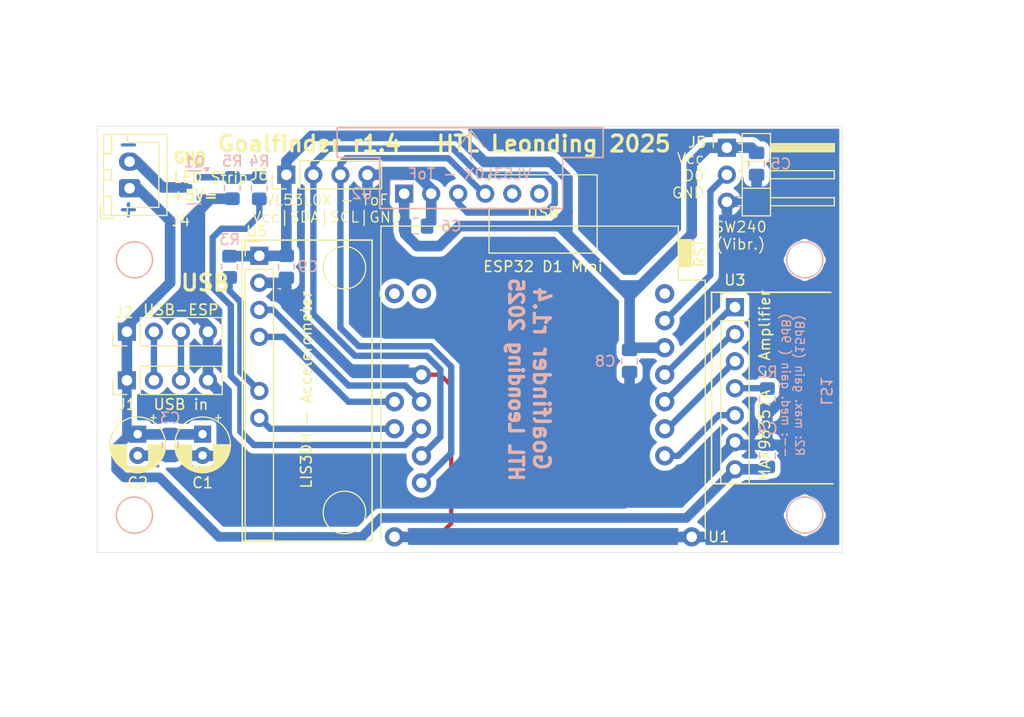
<source format=kicad_pcb>
(kicad_pcb (version 20240108) (generator "pcbnew") (generator_version "8.0")
  (title_block (title "LeoIoT - Goalfinder") (date "2025-06-11") (rev "01.04 SMD") (company "HTL Leonding 2025") (comment 2 "finding the basketball basket and hit detection") (comment 3 "Smart utility for guiding visually impaired people in ") (comment 4 "AISLER Project ID: IUPHFGHO"))
  (layers (0 "F.Cu" signal) (31 "B.Cu" signal) (34 "B.Paste" user) (35 "F.Paste" user) (36 "B.SilkS" user "B.Silkscreen") (37 "F.SilkS" user "F.Silkscreen") (38 "B.Mask" user) (39 "F.Mask" user) (44 "Edge.Cuts" user))
  (net 0 "")
  (net 1 "Net-(Q1-G)")
  (net 3 "Net-(U1-IO_17{slash}U2_TXC)")
  (net 4 "Net-(U1-IO_19{slash}MISO)")
  (net 5 "Net-(U1-IO_05{slash}SS)")
  (net 7 "Net-(U3-GAIN_SLOT)")
  (net 8 "3V3")
  (net 9 "Net-(U1-IO_23{slash}MOSI)")
  (net 10 "Net-(U1-IO_18{slash}CLK)")
  (net 11 "5V")
  (net 12 "GND")
  (net 14 "Net-(J1-Pin_2)")
  (net 15 "Net-(J1-Pin_3)")
  (net 16 "Net-(J5-Pin_2)")
  (net 17 "Net-(J6-Pin_2)")
  (net 18 "Net-(J6-Pin_3)")
  (net 19 "/LED_PWR")
  (net 20 "Net-(J7-Pin_3)")
  (net 21 "Net-(J7-Pin_4)")
  (net 24 "Net-(J7-Pin_2)")
  (net 25 "Net-(J7-Pin_5)")
  (footprint "MountingHole:MountingHole_3.2mm_M3" (layer "F.Cu") (at 181.4375 102.015 -90)
    (property "Reference" "MH3" (hide yes))
    (property "Value" "MountingHole_3.2mm_M3" (hide yes))
    (fp_line (start 0 0.565685) (end 0 1.4) (stroke (width 0.15)) (layer "F.Cu"))
    (fp_line (start -0.565685 0) (end -1.4 0) (stroke (width 0.15)) (layer "F.Cu"))
    (fp_line (start 0.565685 0) (end 1.4 0) (stroke (width 0.15)) (layer "F.Cu"))
    (fp_line (start 0 -0.565685) (end 0 -1.4) (stroke (width 0.15)) (layer "F.Cu"))
    (fp_circle (center 0 0) (end 0.4 0.4) (stroke (width 0.15)) (fill none) (layer "F.Cu"))
    (fp_line (start 0 0.565685) (end 0 1.4) (stroke (width 0.15)) (layer "B.Cu"))
    (fp_line (start -0.565685 0) (end -1.4 0) (stroke (width 0.15)) (layer "B.Cu"))
    (fp_line (start 0.565685 0) (end 1.4 0) (stroke (width 0.15)) (layer "B.Cu"))
    (fp_line (start 0 -0.565685) (end 0 -1.4) (stroke (width 0.15)) (layer "B.Cu"))
    (fp_circle (center 0 0) (end 0.4 0.4) (stroke (width 0.15)) (fill none) (layer "B.Cu"))
    (pad "" np_thru_hole circle (at 0 0 270) (size 3.2 3.2) (drill 3.2) (layers "*.Cu" "*.Mask"))
  )
  (footprint "Breakout_Boards:LIS3DH_Breakout_Board" (layer "F.Cu") (at 128.5775 76.147)
    (property "Reference" "U5" (at 1.346 -0.806 0) (layer "F.SilkS"))
    (property "Value" "LIS3DH - Accelerometer" (at 6.0125 14.0625 90) (layer "F.SilkS"))
    (pad "1" thru_hole rect (at 1.6 1.48) (size 1.7 1.7) (drill 1) (layers "*.Cu" "*.Mask") (net 8 "3V3"))
    (pad "2" thru_hole oval (at 1.6 4.02) (size 1.7 1.7) (drill 1) (layers "*.Cu" "*.Mask") (net 12 "GND"))
    (pad "3" thru_hole oval (at 1.6 6.56) (size 1.7 1.7) (drill 1) (layers "*.Cu" "*.Mask") (net 24 "Net-(J7-Pin_2)"))
    (pad "4" thru_hole oval (at 1.6 9.1) (size 1.7 1.7) (drill 1) (layers "*.Cu" "*.Mask") (net 20 "Net-(J7-Pin_3)"))
    (pad "6" thru_hole oval (at 1.6 14.18) (size 1.7 1.7) (drill 1) (layers "*.Cu" "*.Mask") (net 21 "Net-(J7-Pin_4)"))
    (pad "7" thru_hole oval (at 1.6 16.72) (size 1.7 1.7) (drill 1) (layers "*.Cu" "*.Mask") (net 25 "Net-(J7-Pin_5)"))
  )
  (footprint "Connector_PinHeader_2.54mm:PinHeader_1x04_P2.54mm_Vertical" (layer "F.Cu") (at 117.7315 84.7605 90)
    (property "Reference" "J2" (at 1.7995 -0.254 0) (layer "F.SilkS"))
    (property "Value" "USB-ESP" (at 2.0535 5.08 0) (layer "F.SilkS"))
    (pad "1" thru_hole rect (at 0 0 90) (size 1.7 1.7) (drill 1) (layers "*.Cu" "*.Mask") (net 11 "5V"))
    (pad "2" thru_hole oval (at 0 2.54 90) (size 1.7 1.7) (drill 1) (layers "*.Cu" "*.Mask") (net 14 "Net-(J1-Pin_2)"))
    (pad "3" thru_hole oval (at 0 5.08 90) (size 1.7 1.7) (drill 1) (layers "*.Cu" "*.Mask") (net 15 "Net-(J1-Pin_3)"))
    (pad "4" thru_hole oval (at 0 7.62 90) (size 1.7 1.7) (drill 1) (layers "*.Cu" "*.Mask") (net 12 "GND"))
  )
  (footprint "MountingHole:MountingHole_3.2mm_M3" (layer "F.Cu") (at 118.4375 102.015)
    (property "Reference" "MH4" (hide yes))
    (property "Value" "MountingHole_3.2mm_M3" (hide yes))
    (fp_line (start -0.565685 0) (end -1.4 0) (stroke (width 0.15)) (layer "F.Cu"))
    (fp_line (start 0 -0.565685) (end 0 -1.4) (stroke (width 0.15)) (layer "F.Cu"))
    (fp_line (start 0 0.565685) (end 0 1.4) (stroke (width 0.15)) (layer "F.Cu"))
    (fp_line (start 0.565685 0) (end 1.4 0) (stroke (width 0.15)) (layer "F.Cu"))
    (fp_circle (center 0 0) (end 0.4 0.4) (stroke (width 0.15)) (fill none) (layer "F.Cu"))
    (fp_line (start -0.565685 0) (end -1.4 0) (stroke (width 0.15)) (layer "B.Cu"))
    (fp_line (start 0 -0.565685) (end 0 -1.4) (stroke (width 0.15)) (layer "B.Cu"))
    (fp_line (start 0 0.565685) (end 0 1.4) (stroke (width 0.15)) (layer "B.Cu"))
    (fp_line (start 0.565685 0) (end 1.4 0) (stroke (width 0.15)) (layer "B.Cu"))
    (fp_circle (center 0 0) (end 0.4 0.4) (stroke (width 0.15)) (fill none) (layer "B.Cu"))
    (pad "" np_thru_hole circle (at 0 0) (size 3.2 3.2) (drill 3.2) (layers "*.Cu" "*.Mask"))
  )
  (footprint "Connector_JST:JST_XH_B2B-XH-A_1x02_P2.50mm_Vertical" (layer "F.Cu") (at 117.9855 71.277 90)
    (property "Reference" "J4" (at -3.048 4.826 180) (layer "F.SilkS"))
    (property "Value" "LED Strip" (at 1.016 7.62 180) (layer "F.SilkS"))
    (pad "1" thru_hole roundrect (at 0 0 90) (size 1.7 2) (drill 1) (layers "*.Cu" "*.Mask") (roundrect_rratio 0.147059) (net 11 "5V"))
    (pad "2" thru_hole oval (at 2.5 0 90) (size 1.7 2) (drill 1) (layers "*.Cu" "*.Mask") (net 19 "/LED_PWR"))
  )
  (footprint "Connector_PinHeader_2.54mm:PinHeader_1x04_P2.54mm_Vertical" (layer "F.Cu") (at 117.7315 89.3325 90)
    (property "Reference" "J1" (at -2.2645 0 180) (layer "F.SilkS"))
    (property "Value" "USB in" (at -2.2645 5.08 180) (layer "F.SilkS"))
    (pad "1" thru_hole rect (at 0 0 90) (size 1.7 1.7) (drill 1) (layers "*.Cu" "*.Mask") (net 11 "5V"))
    (pad "2" thru_hole oval (at 0 2.54 90) (size 1.7 1.7) (drill 1) (layers "*.Cu" "*.Mask") (net 14 "Net-(J1-Pin_2)"))
    (pad "3" thru_hole oval (at 0 5.08 90) (size 1.7 1.7) (drill 1) (layers "*.Cu" "*.Mask") (net 15 "Net-(J1-Pin_3)"))
    (pad "4" thru_hole oval (at 0 7.62 90) (size 1.7 1.7) (drill 1) (layers "*.Cu" "*.Mask") (net 12 "GND"))
  )
  (footprint "MountingHole:MountingHole_3.2mm_M3" (layer "F.Cu") (at 118.4375 78.015 -90)
    (property "Reference" "MH1" (hide yes))
    (property "Value" "MountingHole_3.2mm_M3" (hide yes))
    (fp_line (start 0 0.565685) (end 0 1.4) (stroke (width 0.15)) (layer "F.Cu"))
    (fp_line (start -0.565685 0) (end -1.4 0) (stroke (width 0.15)) (layer "F.Cu"))
    (fp_line (start 0.565685 0) (end 1.4 0) (stroke (width 0.15)) (layer "F.Cu"))
    (fp_line (start 0 -0.565685) (end 0 -1.4) (stroke (width 0.15)) (layer "F.Cu"))
    (fp_circle (center 0 0) (end 0.4 0.4) (stroke (width 0.15)) (fill none) (layer "F.Cu"))
    (fp_line (start 0 0.565685) (end 0 1.4) (stroke (width 0.15)) (layer "B.Cu"))
    (fp_line (start -0.565685 0) (end -1.4 0) (stroke (width 0.15)) (layer "B.Cu"))
    (fp_line (start 0.565685 0) (end 1.4 0) (stroke (width 0.15)) (layer "B.Cu"))
    (fp_line (start 0 -0.565685) (end 0 -1.4) (stroke (width 0.15)) (layer "B.Cu"))
    (fp_circle (center 0 0) (end 0.4 0.4) (stroke (width 0.15)) (fill none) (layer "B.Cu"))
    (pad "" np_thru_hole circle (at 0 0 270) (size 3.2 3.2) (drill 3.2) (layers "*.Cu" "*.Mask"))
  )
  (footprint "Connector_PinHeader_2.54mm:PinHeader_1x04_P2.54mm_Vertical" (layer "F.Cu") (at 132.7175 70.007 90)
    (property "Reference" "J6" (at 0 -2.54 180) (layer "F.SilkS"))
    (property "Value" "VL53L0X-ToF Vcc/SDA/SCL/GND" (hide yes))
    (pad "1" thru_hole rect (at 0 0 90) (size 1.7 1.7) (drill 1) (layers "*.Cu" "*.Mask") (net 8 "3V3"))
    (pad "2" thru_hole oval (at 0 2.54 90) (size 1.7 1.7) (drill 1) (layers "*.Cu" "*.Mask") (net 17 "Net-(J6-Pin_2)"))
    (pad "3" thru_hole oval (at 0 5.08 90) (size 1.7 1.7) (drill 1) (layers "*.Cu" "*.Mask") (net 18 "Net-(J6-Pin_3)"))
    (pad "4" thru_hole oval (at 0 7.62 90) (size 1.7 1.7) (drill 1) (layers "*.Cu" "*.Mask") (net 12 "GND"))
  )
  (footprint "Breakout_Boards:MAX98357A_Breakout_Board" (layer "F.Cu") (at 174.8815 82.453)
    (property "Reference" "U3" (at 0 -2.54 0) (layer "F.SilkS"))
    (property "Value" "MAX98357A - Amplifier" (at 2.794 7.366 90) (layer "F.SilkS"))
    (pad "1" thru_hole rect (at 0 0) (size 1.7 1.7) (drill 1) (layers "*.Cu" "*.Mask") (net 5 "Net-(U1-IO_05{slash}SS)"))
    (pad "2" thru_hole oval (at 0 2.54) (size 1.7 1.7) (drill 1) (layers "*.Cu" "*.Mask") (net 9 "Net-(U1-IO_23{slash}MOSI)"))
    (pad "3" thru_hole oval (at 0 5.08) (size 1.7 1.7) (drill 1) (layers "*.Cu" "*.Mask") (net 4 "Net-(U1-IO_19{slash}MISO)"))
    (pad "4" thru_hole oval (at 0 7.62) (size 1.7 1.7) (drill 1) (layers "*.Cu" "*.Mask") (net 7 "Net-(U3-GAIN_SLOT)"))
    (pad "5" thru_hole oval (at 0 10.16) (size 1.7 1.7) (drill 1) (layers "*.Cu" "*.Mask") (net 10 "Net-(U1-IO_18{slash}CLK)"))
    (pad "6" thru_hole oval (at 0 12.7) (size 1.7 1.7) (drill 1) (layers "*.Cu" "*.Mask") (net 12 "GND"))
    (pad "7" thru_hole oval (at 0 15.24) (size 1.7 1.7) (drill 1) (layers "*.Cu" "*.Mask") (net 11 "5V"))
  )
  (footprint "MountingHole:MountingHole_3.2mm_M3" (layer "F.Cu") (at 181.4375 78.015 -90)
    (property "Reference" "MH2" (hide yes))
    (property "Value" "MountingHole_3.2mm_M3" (hide yes))
    (fp_line (start 0 0.565685) (end 0 1.4) (stroke (width 0.15)) (layer "F.Cu"))
    (fp_line (start -0.565685 0) (end -1.4 0) (stroke (width 0.15)) (layer "F.Cu"))
    (fp_line (start 0.565685 0) (end 1.4 0) (stroke (width 0.15)) (layer "F.Cu"))
    (fp_line (start 0 -0.565685) (end 0 -1.4) (stroke (width 0.15)) (layer "F.Cu"))
    (fp_circle (center 0 0) (end 0.4 0.4) (stroke (width 0.15)) (fill none) (layer "F.Cu"))
    (fp_line (start 0 0.565685) (end 0 1.4) (stroke (width 0.15)) (layer "B.Cu"))
    (fp_line (start -0.565685 0) (end -1.4 0) (stroke (width 0.15)) (layer "B.Cu"))
    (fp_line (start 0.565685 0) (end 1.4 0) (stroke (width 0.15)) (layer "B.Cu"))
    (fp_line (start 0 -0.565685) (end 0 -1.4) (stroke (width 0.15)) (layer "B.Cu"))
    (fp_circle (center 0 0) (end 0.4 0.4) (stroke (width 0.15)) (fill none) (layer "B.Cu"))
    (pad "" np_thru_hole circle (at 0 0 270) (size 3.2 3.2) (drill 3.2) (layers "*.Cu" "*.Mask"))
  )
  (footprint "Capacitor_THT:CP_Radial_D5.0mm_P2.00mm" (layer "F.Cu") (at 124.8435 94.391 -90)
    (property "Reference" "C1" (at 4.572 0 0) (layer "F.SilkS"))
    (property "Value" "22µF" (hide yes))
    (pad "1" thru_hole rect (at 0 0 270) (size 1.6 1.6) (drill 0.8) (layers "*.Cu" "*.Mask") (net 11 "5V"))
    (pad "2" thru_hole circle (at 2 0 270) (size 1.6 1.6) (drill 0.8) (layers "*.Cu" "*.Mask") (net 12 "GND"))
  )
  (footprint "Capacitor_THT:CP_Radial_D5.0mm_P2.00mm" (layer "F.Cu") (at 118.7475 94.391 -90)
    (property "Reference" "C2" (at 4.572 0 0) (layer "F.SilkS"))
    (property "Value" "4,7µF" (hide yes))
    (pad "1" thru_hole rect (at 0 0 270) (size 1.6 1.6) (drill 0.8) (layers "*.Cu" "*.Mask") (net 11 "5V"))
    (pad "2" thru_hole circle (at 2 0 270) (size 1.6 1.6) (drill 0.8) (layers "*.Cu" "*.Mask") (net 12 "GND"))
  )
  (footprint "Connector_PinHeader_2.54mm:PinHeader_1x03_P2.54mm_Horizontal" (layer "F.Cu") (at 174.1195 67.467)
    (property "Reference" "J5" (at -2.794 -0.508 180) (layer "F.SilkS"))
    (property "Value" "SW240 - Vcc/D0/GND" (hide yes))
    (pad "1" thru_hole rect (at 0 0) (size 1.7 1.7) (drill 1) (layers "*.Cu" "*.Mask") (net 8 "3V3"))
    (pad "2" thru_hole oval (at 0 2.54) (size 1.7 1.7) (drill 1) (layers "*.Cu" "*.Mask") (net 16 "Net-(J5-Pin_2)"))
    (pad "3" thru_hole oval (at 0 5.08) (size 1.7 1.7) (drill 1) (layers "*.Cu" "*.Mask") (net 12 "GND"))
  )
  (footprint "ESP32_D1_mini:ESP32_D1_mini" (layer "F.Cu") (at 156.8475 92.613 180)
    (property "Reference" "U1" (at -16.51 -11.43 180) (layer "F.SilkS"))
    (property "Value" "ESP32 D1 Mini" (at 0 13.97 180) (layer "F.SilkS"))
    (fp_text user "RST" (at -14.732 15.24 -90) (layer "F.SilkS"))
    (fp_text user "USB" (at 0 19.05 180) (layer "F.SilkS"))
    (pad "1" thru_hole circle (at -13.97 -11.43 90) (size 1.8 1.8) (drill 1) (layers "*.Cu" "*.Mask") (net 12 "GND"))
    (pad "8" thru_hole circle (at -11.43 -3.81 90) (size 1.8 1.8) (drill 1) (layers "*.Cu" "*.Mask") (net 10 "Net-(U1-IO_18{slash}CLK)"))
    (pad "10" thru_hole circle (at -11.43 -1.27 90) (size 1.8 1.8) (drill 1) (layers "*.Cu" "*.Mask") (net 4 "Net-(U1-IO_19{slash}MISO)"))
    (pad "12" thru_hole circle (at -11.43 1.27 90) (size 1.8 1.8) (drill 1) (layers "*.Cu" "*.Mask") (net 9 "Net-(U1-IO_23{slash}MOSI)"))
    (pad "14" thru_hole circle (at -11.43 3.81 90) (size 1.8 1.8) (drill 1) (layers "*.Cu" "*.Mask") (net 5 "Net-(U1-IO_05{slash}SS)"))
    (pad "16" thru_hole circle (at -11.43 6.35 90) (size 1.8 1.8) (drill 1) (layers "*.Cu" "*.Mask") (net 8 "3V3"))
    (pad "18" thru_hole circle (at -11.43 8.89 90) (size 1.8 1.8) (drill 1) (layers "*.Cu" "*.Mask") (net 16 "Net-(J5-Pin_2)"))
    (pad "20" thru_hole circle (at -11.43 11.43 90) (size 1.8 1.8) (drill 1) (layers "*.Cu" "*.Mask"))
    (pad "22" thru_hole circle (at 13.97 -11.43 90) (size 1.8 1.8) (drill 1) (layers "*.Cu" "*.Mask") (net 12 "GND"))
    (pad "25" thru_hole circle (at 11.43 -6.35 90) (size 1.8 1.8) (drill 1) (layers "*.Cu" "*.Mask") (net 18 "Net-(J6-Pin_3)"))
    (pad "27" thru_hole circle (at 11.43 -3.81 90) (size 1.8 1.8) (drill 1) (layers "*.Cu" "*.Mask") (net 17 "Net-(J6-Pin_2)"))
    (pad "29" thru_hole circle (at 11.43 -1.27 90) (size 1.8 1.8) (drill 1) (layers "*.Cu" "*.Mask") (net 3 "Net-(U1-IO_17{slash}U2_TXC)"))
    (pad "30" thru_hole circle (at 13.97 -1.27 90) (size 1.8 1.8) (drill 1) (layers "*.Cu" "*.Mask") (net 25 "Net-(J7-Pin_5)"))
    (pad "31" thru_hole circle (at 11.43 1.27 90) (size 1.8 1.8) (drill 1) (layers "*.Cu" "*.Mask") (net 24 "Net-(J7-Pin_2)"))
    (pad "32" thru_hole circle (at 13.97 1.27 90) (size 1.8 1.8) (drill 1) (layers "*.Cu" "*.Mask") (net 20 "Net-(J7-Pin_3)"))
    (pad "33" thru_hole circle (at 11.43 3.81 90) (size 1.8 1.8) (drill 1) (layers "*.Cu" "*.Mask") (net 12 "GND"))
    (pad "39" thru_hole circle (at 11.43 11.43 90) (size 1.8 1.8) (drill 1) (layers "*.Cu" "*.Mask"))
    (pad "40" thru_hole circle (at 13.97 11.43 90) (size 1.8 1.8) (drill 1) (layers "*.Cu" "*.Mask"))
  )
  (footprint "Breakout_Boards:VL53L0X_Breakout_Board_vertical_flat" (layer "B.Cu") (at 156.4895 71.785 90)
    (property "Reference" "U2" (at 0 -16.66 0) (layer "B.SilkS") (effects (justify mirror)))
    (property "Value" "VL53L0X - ToF" (hide yes))
    (fp_text user "VL53L0X - ToF" (at 1.27 -0.658 0) (layer "B.SilkS") (effects (justify left bottom mirror)))
    (pad "1" thru_hole rect (at 0 -12.7 90) (size 1.7 1.7) (drill 1) (layers "*.Cu" "*.Mask") (net 8 "3V3"))
    (pad "2" thru_hole oval (at 0 -10.16 90) (size 1.7 1.7) (drill 1) (layers "*.Cu" "*.Mask") (net 12 "GND"))
    (pad "3" thru_hole oval (at 0 -7.62 90) (size 1.7 1.7) (drill 1) (layers "*.Cu" "*.Mask") (net 17 "Net-(J6-Pin_2)"))
    (pad "4" thru_hole oval (at 0 -5.08 90) (size 1.7 1.7) (drill 1) (layers "*.Cu" "*.Mask") (net 18 "Net-(J6-Pin_3)"))
    (pad "5" thru_hole oval (at 0 -2.54 90) (size 1.7 1.7) (drill 1) (layers "*.Cu" "*.Mask"))
    (pad "6" thru_hole oval (at 0 0 90) (size 1.7 1.7) (drill 1) (layers "*.Cu" "*.Mask"))
  )
  (footprint "Capacitor_SMD:C_0805_2012Metric_Pad1.18x1.45mm_HandSolder" (layer "B.Cu") (at 132.7175 78.6645 -90)
    (property "Reference" "C9" (at -0.0215 -2.032 0) (layer "B.SilkS") (effects (justify mirror)))
    (property "Value" "100nF" (hide yes))
    (pad "1" smd roundrect (at -1.0375 0 270) (size 1.175 1.45) (layers "B.Cu" "B.Paste" "B.Mask") (roundrect_rratio 0.212766) (net 8 "3V3"))
    (pad "2" smd roundrect (at 1.0375 0 270) (size 1.175 1.45) (layers "B.Cu" "B.Paste" "B.Mask") (roundrect_rratio 0.212766) (net 12 "GND"))
  )
  (footprint "Capacitor_SMD:C_0805_2012Metric_Pad1.18x1.45mm_HandSolder" (layer "B.Cu") (at 144.9095 74.833)
    (property "Reference" "C6" (at 3.302 0 0) (layer "B.SilkS") (effects (justify mirror)))
    (property "Value" "100nF" (hide yes))
    (pad "1" smd roundrect (at -1.0375 0) (size 1.175 1.45) (layers "B.Cu" "B.Paste" "B.Mask") (roundrect_rratio 0.212766) (net 8 "3V3"))
    (pad "2" smd roundrect (at 1.0375 0) (size 1.175 1.45) (layers "B.Cu" "B.Paste" "B.Mask") (roundrect_rratio 0.212766) (net 12 "GND"))
  )
  (footprint "Capacitor_SMD:C_0805_2012Metric_Pad1.18x1.45mm_HandSolder" (layer "B.Cu") (at 121.7955 95.407 -90)
    (property "Reference" "C3" (at -2.54 0 0) (layer "B.SilkS") (effects (justify mirror)))
    (property "Value" "100nF" (hide yes))
    (pad "1" smd roundrect (at -1.0375 0 270) (size 1.175 1.45) (layers "B.Cu" "B.Paste" "B.Mask") (roundrect_rratio 0.212766) (net 11 "5V"))
    (pad "2" smd roundrect (at 1.0375 0 270) (size 1.175 1.45) (layers "B.Cu" "B.Paste" "B.Mask") (roundrect_rratio 0.212766) (net 12 "GND"))
  )
  (footprint "Resistor_SMD:R_0805_2012Metric_Pad1.20x1.40mm_HandSolder" (layer "B.Cu") (at 177.9295 91.105 90)
    (property "Reference" "R2" (at 2.556 0 180) (layer "B.SilkS") (effects (justify mirror)))
    (property "Value" "100k" (hide yes))
    (pad "1" smd roundrect (at -1 0 90) (size 1.2 1.4) (layers "B.Cu" "B.Paste" "B.Mask") (roundrect_rratio 0.208333) (net 12 "GND"))
    (pad "2" smd roundrect (at 1 0 90) (size 1.2 1.4) (layers "B.Cu" "B.Paste" "B.Mask") (roundrect_rratio 0.208333) (net 7 "Net-(U3-GAIN_SLOT)"))
  )
  (footprint "Resistor_SMD:R_0805_2012Metric_Pad1.20x1.40mm_HandSolder" (layer "B.Cu") (at 130.1775 71.277 90)
    (property "Reference" "R4" (at 2.54 0 0) (layer "B.SilkS") (effects (justify mirror)))
    (property "Value" "1k" (hide yes))
    (pad "1" smd roundrect (at -1 0 90) (size 1.2 1.4) (layers "B.Cu" "B.Paste" "B.Mask") (roundrect_rratio 0.208333) (net 3 "Net-(U1-IO_17{slash}U2_TXC)"))
    (pad "2" smd roundrect (at 1 0 90) (size 1.2 1.4) (layers "B.Cu" "B.Paste" "B.Mask") (roundrect_rratio 0.208333) (net 1 "Net-(Q1-G)"))
  )
  (footprint "Package_TO_SOT_SMD:SOT-23" (layer "B.Cu") (at 124.0815 71.195 180)
    (property "Reference" "Q1" (at 0 2.4 0) (layer "B.SilkS") (effects (justify mirror)))
    (property "Value" "IRLML2502" (hide yes))
    (pad "1" smd roundrect (at -0.9375 0.95 180) (size 1.475 0.6) (layers "B.Cu" "B.Paste" "B.Mask") (net 1 "Net-(Q1-G)"))
    (pad "2" smd roundrect (at -0.9375 -0.95 180) (size 1.475 0.6) (layers "B.Cu" "B.Paste" "B.Mask") (net 12 "GND"))
    (pad "3" smd roundrect (at 0.9375 0 180) (size 1.475 0.6) (layers "B.Cu" "B.Paste" "B.Mask") (net 19 "/LED_PWR"))
  )
  (footprint "Resistor_SMD:R_0805_2012Metric_Pad1.20x1.40mm_HandSolder" (layer "B.Cu") (at 127.6375 71.261 -90)
    (property "Reference" "R5" (at -2.524 0 0) (layer "B.SilkS") (effects (justify mirror)))
    (property "Value" "33k" (hide yes))
    (pad "1" smd roundrect (at -1 0 270) (size 1.2 1.4) (layers "B.Cu" "B.Paste" "B.Mask") (roundrect_rratio 0.208333) (net 1 "Net-(Q1-G)"))
    (pad "2" smd roundrect (at 1 0 270) (size 1.2 1.4) (layers "B.Cu" "B.Paste" "B.Mask") (roundrect_rratio 0.208333) (net 12 "GND"))
  )
  (footprint "Resistor_SMD:R_0805_2012Metric_Pad1.20x1.40mm_HandSolder" (layer "B.Cu") (at 127.3835 78.659 -90)
    (property "Reference" "R3" (at -2.556 0 180) (layer "B.SilkS") (effects (justify mirror)))
    (property "Value" "100k" (hide yes))
    (pad "1" smd roundrect (at -1 0 270) (size 1.2 1.4) (layers "B.Cu" "B.Paste" "B.Mask") (roundrect_rratio 0.208333) (net 8 "3V3"))
    (pad "2" smd roundrect (at 1 0 270) (size 1.2 1.4) (layers "B.Cu" "B.Paste" "B.Mask") (roundrect_rratio 0.208333) (net 21 "Net-(J7-Pin_4)"))
  )
  (footprint "Capacitor_SMD:C_0805_2012Metric_Pad1.18x1.45mm_HandSolder" (layer "B.Cu") (at 164.9755 87.5115 -90)
    (property "Reference" "C8" (at 0.0215 2.286 0) (layer "B.SilkS") (effects (justify mirror)))
    (property "Value" "100nF" (hide yes))
    (pad "1" smd roundrect (at -1.0375 0 270) (size 1.175 1.45) (layers "B.Cu" "B.Paste" "B.Mask") (roundrect_rratio 0.212766) (net 8 "3V3"))
    (pad "2" smd roundrect (at 1.0375 0 270) (size 1.175 1.45) (layers "B.Cu" "B.Paste" "B.Mask") (roundrect_rratio 0.212766) (net 12 "GND"))
  )
  (footprint "Capacitor_SMD:C_0805_2012Metric_Pad1.18x1.45mm_HandSolder" (layer "B.Cu") (at 176.9135 68.991 -90)
    (property "Reference" "C5" (at 0 -2.286 0) (layer "B.SilkS") (effects (justify mirror)))
    (property "Value" "100nF" (hide yes))
    (pad "1" smd roundrect (at -1.0375 0 270) (size 1.175 1.45) (layers "B.Cu" "B.Paste" "B.Mask") (roundrect_rratio 0.212766) (net 8 "3V3"))
    (pad "2" smd roundrect (at 1.0375 0 270) (size 1.175 1.45) (layers "B.Cu" "B.Paste" "B.Mask") (roundrect_rratio 0.212766) (net 12 "GND"))
  )
  (footprint "Breakout_Boards:Mono-Enclosed_Speaker_70x30x17mm_onboard" (layer "B.Cu") (at 184.9375 75 180)
    (property "Reference" "LS1" (at 1.4825 -15.327 -90) (layer "B.SilkS") (effects (justify mirror)))
    (property "Value" "Speaker")
    (pad "" np_thru_hole circle (at 3.5 -27 180) (size 0.6 0.6) (drill 0.6) (layers "*.Cu" "*.Mask"))
    (pad "" np_thru_hole circle (at 3.5 -3 180) (size 0.6 0.6) (drill 0.6) (layers "*.Cu" "*.Mask"))
    (pad "" np_thru_hole circle (at 66.5 -27 180) (size 0.6 0.6) (drill 0.6 0.4) (layers "*.Cu" "*.Mask"))
    (pad "" np_thru_hole circle (at 66.5 -3 180) (size 0.6 0.6) (drill 0.6) (layers "*.Cu" "*.Mask"))
  )
  (footprint "Capacitor_SMD:C_0805_2012Metric_Pad1.18x1.45mm_HandSolder" (layer "B.Cu") (at 177.9295 96.423 90)
    (property "Reference" "C4" (at 2.54 0 0) (layer "B.SilkS") (effects (justify mirror)))
    (property "Value" "100nF" (hide yes))
    (pad "1" smd roundrect (at -1.0375 0 90) (size 1.175 1.45) (layers "B.Cu" "B.Paste" "B.Mask") (roundrect_rratio 0.212766) (net 11 "5V"))
    (pad "2" smd roundrect (at 1.0375 0 90) (size 1.175 1.45) (layers "B.Cu" "B.Paste" "B.Mask") (roundrect_rratio 0.212766) (net 12 "GND"))
  )
  (gr_rect (start 114.9375 65.435) (end 184.9375 105.515) (stroke (width 0.05)) (fill none) (layer "Edge.Cuts"))
  (gr_text "HTL Leonding 2025" (at 153.5455 98.963 270) (layer "B.Cu" knockout) (effects (font (size 1.3 1.3) (thickness 0.3) (bold yes)) (justify left bottom mirror)))
  (gr_text "Goalfinder r1.4" (at 155.8315 97.947 270) (layer "B.Cu" knockout) (effects (font (size 1.5 1.5) (thickness 0.3) (bold yes)) (justify left bottom mirror)))
  (gr_text "-" (at 119.0015 67.975 0) (layer "B.Cu") (effects (font (size 1.5 1.5) (thickness 0.3) (bold yes)) (justify left bottom mirror)))
  (gr_text "+" (at 119.0015 74.071 0) (layer "B.Cu") (effects (font (size 1.5 1.5) (thickness 0.3) (bold yes)) (justify left bottom mirror)))
  (gr_text "HTL Leonding 2025" (at 153.5455 98.963 -90) (layer "B.SilkS") (effects (font (size 1.3 1.3) (thickness 0.3) (bold yes)) (justify left bottom mirror)))
  (gr_text "R2: max. gain (15dB)\n--: med. gain ( 9dB)" (at 179.1995 89.819 270) (layer "B.SilkS") (effects (font (size 0.8 0.8) (thickness 0.125)) (justify bottom mirror)))
  (gr_text "Goalfinder r1.4" (at 155.8315 97.947 -90) (layer "B.SilkS") (effects (font (size 1.5 1.5) (thickness 0.3) (bold yes)) (justify left bottom mirror)))
  (gr_text "+5V=" (at 126.3675 72.547 0) (layer "F.SilkS") (effects (font (size 1 1) (thickness 0.1875)) (justify right bottom)))
  (gr_text "SW240\n(Vibr.)" (at 175.3895 77.119 0) (layer "F.SilkS") (effects (font (size 1 1) (thickness 0.125)) (justify bottom)))
  (gr_text "HTL Leonding 2025" (at 146.6875 67.975 0) (layer "F.SilkS") (effects (font (size 1.5 1.5) (thickness 0.3) (bold yes)) (justify left bottom)))
  (gr_text "Goalfinder r1.4" (at 126.1135 67.975 0) (layer "F.SilkS") (effects (font (size 1.5 1.5) (thickness 0.3) (bold yes)) (justify left bottom)))
  (gr_text "USB" (at 125.0975 80.167 0) (layer "F.SilkS") (effects (font (size 1.5 1.5) (thickness 0.3) (bold yes))))
  (gr_text "VL53L0X - ToF\nVcc|SDA|SCL|GND" (at 136.5275 74.579 0) (layer "F.SilkS") (effects (font (size 1 1) (thickness 0.125)) (justify bottom)))
  (gr_text "Vcc\nD0\nGND" (at 172.0875 72.293 0) (layer "F.SilkS") (effects (font (size 1 1) (thickness 0.125)) (justify right bottom)))
  (gr_text "GND" (at 125.3515 68.991 0) (layer "F.SilkS") (effects (font (size 1 1) (thickness 0.25) (bold yes)) (justify right bottom)))
  (segment (start 127.6375 70.261) (end 130.1615 70.261) (width 0.6) (layer "B.Cu") (net 1))
  (segment (start 125.019 70.245) (end 127.6215 70.245) (width 0.6) (layer "B.Cu") (net 1))
  (segment (start 143.8935 95.407) (end 129.6695 95.407) (width 0.6) (layer "B.Cu") (net 3))
  (segment (start 127.4995 88.921792) (end 127.4995 82.315) (width 0.6) (layer "B.Cu") (net 3))
  (segment (start 128.3995 89.821792) (end 127.4995 88.921792) (width 0.6) (layer "B.Cu") (net 3))
  (segment (start 128.9075 75.087) (end 130.1775 73.817) (width 0.6) (layer "B.Cu") (net 3))
  (segment (start 145.4175 93.883) (end 143.8935 95.407) (width 0.6) (layer "B.Cu") (net 3))
  (segment (start 127.4995 82.315) (end 125.7895 80.605) (width 0.6) (layer "B.Cu") (net 3))
  (segment (start 129.6695 95.407) (end 128.3995 94.137) (width 0.6) (layer "B.Cu") (net 3))
  (segment (start 126.6215 75.087) (end 128.9075 75.087) (width 0.6) (layer "B.Cu") (net 3))
  (segment (start 130.1775 73.817) (end 130.1775 72.277) (width 0.6) (layer "B.Cu") (net 3))
  (segment (start 128.3995 94.137) (end 128.3995 89.821792) (width 0.6) (layer "B.Cu") (net 3))
  (segment (start 125.7895 75.919) (end 126.6215 75.087) (width 0.6) (layer "B.Cu") (net 3))
  (segment (start 125.7895 80.605) (end 125.7895 75.919) (width 0.6) (layer "B.Cu") (net 3))
  (segment (start 168.5315 93.883) (end 174.8815 87.533) (width 0.6) (layer "B.Cu") (net 4))
  (segment (start 168.2775 88.803) (end 174.6275 82.453) (width 0.6) (layer "B.Cu") (net 5))
  (segment (start 174.8815 90.073) (end 177.8975 90.073) (width 0.6) (layer "B.Cu") (net 7))
  (segment (start 143.7895 71.785) (end 143.7895 74.7505) (width 1) (layer "B.Cu") (net 8))
  (segment (start 135.0975 66.357) (end 148.8795 66.357) (width 1) (layer "B.Cu") (net 8))
  (segment (start 165.9915 80.421) (end 170.8175 75.595) (width 1) (layer "B.Cu") (net 8))
  (segment (start 163.9595 80.421) (end 165.9915 80.421) (width 1) (layer "B.Cu") (net 8))
  (segment (start 159.1395 73.557) (end 159.1335 73.563) (width 1) (layer "B.Cu") (net 8))
  (segment (start 147.0945 76.712) (end 148.9735 74.833) (width 1) (layer "B.Cu") (net 8))
  (segment (start 148.9735 74.833) (end 157.8635 74.833) (width 1) (layer "B.Cu") (net 8))
  (segment (start 159.1335 75.595) (end 163.9595 80.421) (width 1) (layer "B.Cu") (net 8))
  (segment (start 127.3835 77.659) (end 130.1455 77.659) (width 1) (layer "B.Cu") (net 8))
  (segment (start 145.0105 76.712) (end 147.0945 76.712) (width 1) (layer "B.Cu") (net 8))
  (segment (start 159.1395 70.347944) (end 159.1395 73.557) (width 1) (layer "B.Cu") (net 8))
  (segment (start 170.8175 75.595) (end 170.8175 68.991) (width 1) (layer "B.Cu") (net 8))
  (segment (start 143.872 74.833) (end 143.872 75.5735) (width 1) (layer "B.Cu") (net 8))
  (segment (start 159.1395 73.557) (end 157.8635 74.833) (width 1) (layer "B.Cu") (net 8))
  (segment (start 132.7175 68.737) (end 135.0975 66.357) (width 1) (layer "B.Cu") (net 8))
  (segment (start 130.1775 77.627) (end 132.7175 77.627) (width 1) (layer "B.Cu") (net 8))
  (segment (start 148.8795 66.357) (end 151.3295 68.807) (width 1) (layer "B.Cu") (net 8))
  (segment (start 132.7175 77.627) (end 132.7175 70.007) (width 1) (layer "B.Cu") (net 8))
  (segment (start 158.3715 74.833) (end 159.1335 75.595) (width 1) (layer "B.Cu") (net 8))
  (segment (start 157.8635 74.833) (end 158.3715 74.833) (width 1) (layer "B.Cu") (net 8))
  (segment (start 151.3295 68.807) (end 157.598556 68.807) (width 1) (layer "B.Cu") (net 8))
  (segment (start 143.872 75.5735) (end 145.0105 76.712) (width 1) (layer "B.Cu") (net 8))
  (segment (start 164.9755 86.474) (end 164.9755 81.437) (width 1) (layer "B.Cu") (net 8))
  (segment (start 174.1195 67.467) (end 176.427 67.467) (width 1) (layer "B.Cu") (net 8))
  (segment (start 172.3415 67.467) (end 174.1195 67.467) (width 1) (layer "B.Cu") (net 8))
  (segment (start 165.1865 86.263) (end 164.9755 86.474) (width 1) (layer "B.Cu") (net 8))
  (segment (start 159.1335 73.563) (end 159.1335 75.595) (width 1) (layer "B.Cu") (net 8))
  (segment (start 163.9595 80.421) (end 164.9755 81.437) (width 1) (layer "B.Cu") (net 8))
  (segment (start 168.2775 86.263) (end 165.1865 86.263) (width 1) (layer "B.Cu") (net 8))
  (segment (start 164.9755 81.437) (end 165.9915 80.421) (width 1) (layer "B.Cu") (net 8))
  (segment (start 157.598556 68.807) (end 159.1395 70.347944) (width 1) (layer "B.Cu") (net 8))
  (segment (start 170.8175 68.991) (end 172.3415 67.467) (width 1) (layer "B.Cu") (net 8))
  (segment (start 176.427 67.467) (end 176.9135 67.9535) (width 1) (layer "B.Cu") (net 8))
  (segment (start 132.7175 70.007) (end 132.7175 68.737) (width 1) (layer "B.Cu") (net 8))
  (segment (start 168.2775 91.343) (end 174.6275 84.993) (width 0.6) (layer "B.Cu") (net 9))
  (segment (start 173.3575 92.613) (end 174.8815 92.613) (width 0.6) (layer "B.Cu") (net 10))
  (segment (start 169.5475 96.423) (end 173.3575 92.613) (width 0.6) (layer "B.Cu") (net 10))
  (segment (start 168.2775 96.423) (end 169.5475 96.423) (width 0.6) (layer "B.Cu") (net 10))
  (segment (start 126.3675 104.043) (end 120.7795 98.455) (width 0.9) (layer "B.Cu") (net 11))
  (segment (start 117.7315 89.3325) (end 117.7315 84.7605) (width 1) (layer "B.Cu") (net 11))
  (segment (start 170.3095 102.265) (end 141.6075 102.265) (width 0.9) (layer "B.Cu") (net 11))
  (segment (start 117.4775 98.455) (end 116.7155 97.693) (width 0.9) (layer "B.Cu") (net 11))
  (segment (start 116.7155 97.693) (end 116.7155 95.661) (width 0.9) (layer "B.Cu") (net 11))
  (segment (start 120.7795 98.455) (end 117.4775 98.455) (width 0.9) (layer "B.Cu") (net 11))
  (segment (start 121.7955 74.325) (end 118.7475 71.277) (width 1) (layer "B.Cu") (net 11))
  (segment (start 174.8815 97.693) (end 177.697 97.693) (width 1) (layer "B.Cu") (net 11))
  (segment (start 141.6075 102.265) (end 139.8295 104.043) (width 0.9) (layer "B.Cu") (net 11))
  (segment (start 117.7315 84.7605) (end 117.7315 84.231) (width 1) (layer "B.Cu") (net 11))
  (segment (start 116.7155 95.661) (end 117.7315 94.645) (width 0.9) (layer "B.Cu") (net 11))
  (segment (start 117.7315 94.645) (end 117.7315 89.3325) (width 0.9) (layer "B.Cu") (net 11))
  (segment (start 118.7475 71.277) (end 117.9855 71.277) (width 1) (layer "B.Cu") (net 11))
  (segment (start 174.8815 97.693) (end 170.3095 102.265) (width 0.9) (layer "B.Cu") (net 11))
  (segment (start 118.7475 94.4125) (end 124.8435 94.4125) (width 1) (layer "B.Cu") (net 11))
  (segment (start 121.7955 80.167) (end 121.7955 74.325) (width 1) (layer "B.Cu") (net 11))
  (segment (start 177.697 97.693) (end 177.9295 97.4605) (width 1) (layer "B.Cu") (net 11))
  (segment (start 117.7315 84.231) (end 121.7955 80.167) (width 1) (layer "B.Cu") (net 11))
  (segment (start 139.8295 104.043) (end 126.3675 104.043) (width 0.9) (layer "B.Cu") (net 11))
  (segment (start 146.9415 104.043) (end 142.8775 104.043) (width 0.4) (layer "F.Cu") (net 12))
  (segment (start 148.2115 102.773) (end 146.9415 104.043) (width 0.4) (layer "F.Cu") (net 12))
  (segment (start 145.4175 88.803) (end 147.1955 88.803) (width 0.4) (layer "F.Cu") (net 12))
  (segment (start 148.2115 89.819) (end 148.2115 102.773) (width 0.4) (layer "F.Cu") (net 12))
  (segment (start 147.1955 88.803) (end 148.2115 89.819) (width 0.4) (layer "F.Cu") (net 12))
  (segment (start 179.5295 89.271726) (end 178.862774 88.605) (width 1) (layer "B.Cu") (net 12))
  (segment (start 146.3295 71.344919) (end 146.3295 71.785) (width 1) (layer "B.Cu") (net 12))
  (segment (start 125.3515 89.3325) (end 126.8755 90.8565) (width 1) (layer "B.Cu") (net 12))
  (segment (start 145.2335 88.619) (end 145.4175 88.803) (width 1) (layer "B.Cu") (net 12))
  (segment (start 132.7175 82.279944) (end 139.056556 88.619) (width 1) (layer "B.Cu") (net 12))
  (segment (start 175.8975 72.547) (end 176.9135 71.531) (width 1) (layer "B.Cu") (net 12))
  (segment (start 178.924 95.3855) (end 177.9295 95.3855) (width 1) (layer "B.Cu") (net 12))
  (segment (start 126.8755 95.791) (end 126.2435 96.423) (width 1) (layer "B.Cu") (net 12))
  (segment (start 125.6375 72.261) (end 127.6375 72.261) (width 1) (layer "B.Cu") (net 12))
  (segment (start 149.4815 87.613944) (end 149.4815 100.233) (width 1) (layer "B.Cu") (net 12))
  (segment (start 124.5895 73.309) (end 125.6375 72.261) (width 1) (layer "B.Cu") (net 12))
  (segment (start 178.2395 88.605) (end 177.1675 87.533) (width 1) (layer "B.Cu") (net 12))
  (segment (start 179.9615 98.455) (end 179.9615 96.423) (width 1) (layer "B.Cu") (net 12))
  (segment (start 171.3255 98.709) (end 174.8815 95.153) (width 1) (layer "B.Cu") (net 12))
  (segment (start 146.792556 84.925) (end 149.4815 87.613944) (width 1) (layer "B.Cu") (net 12))
  (segment (start 178.362774 92.105) (end 179.5295 90.938274) (width 1) (layer "B.Cu") (net 12))
  (segment (start 124.5895 83.469) (end 124.5895 73.309) (width 1) (layer "B.Cu") (net 12))
  (segment (start 125.3515 84.7605) (end 125.3515 89.3325) (width 1) (layer "B.Cu") (net 12))
  (segment (start 146.3295 71.785) (end 146.3295 74.4505) (width 1) (layer "B.Cu") (net 12))
  (segment (start 149.4815 100.233) (end 149.0415 100.673) (width 1) (layer "B.Cu") (net 12))
  (segment (start 179.5295 90.938274) (end 179.5295 89.271726) (width 1) (layer "B.Cu") (net 12))
  (segment (start 177.9295 95.3855) (end 177.9295 92.105) (width 1) (layer "B.Cu") (net 12))
  (segment (start 164.9755 88.549) (end 164.9755 95.915) (width 1) (layer "B.Cu") (net 12))
  (segment (start 130.1775 80.167) (end 132.2525 80.167) (width 1) (layer "B.Cu") (net 12))
  (segment (start 167.7695 98.709) (end 171.3255 98.709) (width 1) (layer "B.Cu") (net 12))
  (segment (start 174.1195 77.373) (end 174.1195 72.547) (width 1) (layer "B.Cu") (net 12))
  (segment (start 132.7175 79.702) (end 132.7175 82.279944) (width 1) (layer "B.Cu") (net 12))
  (segment (start 140.3375 70.007) (end 144.991581 70.007) (width 1) (layer "B.Cu") (net 12))
  (segment (start 139.056556 88.619) (end 145.2335 88.619) (width 1) (layer "B.Cu") (net 12))
  (segment (start 126.8755 98.201) (end 129.6695 100.995) (width 0.8) (layer "B.Cu") (net 12))
  (segment (start 126.2435 96.423) (end 126.8755 97.055) (width 0.8) (layer "B.Cu") (net 12))
  (segment (start 177.1675 80.421) (end 174.1195 77.373) (width 1) (layer "B.Cu") (net 12))
  (segment (start 125.3515 84.231) (end 124.5895 83.469) (width 1) (layer "B.Cu") (net 12))
  (segment (start 142.0475 84.925) (end 146.792556 84.925) (width 1) (layer "B.Cu") (net 12))
  (segment (start 140.3375 70.007) (end 140.3375 83.215) (width 1) (layer "B.Cu") (net 12))
  (segment (start 146.3295 74.4505) (end 145.947 74.833) (width 1) (layer "B.Cu") (net 12))
  (segment (start 129.6695 100.995) (end 164.4675 100.995) (width 0.8) (layer "B.Cu") (net 12))
  (segment (start 126.2435 96.423) (end 124.8435 96.423) (width 1) (layer "B.Cu") (net 12))
  (segment (start 167.2615 98.201) (end 167.7695 98.709) (width 1) (layer "B.Cu") (net 12))
  (segment (start 179.9615 96.423) (end 178.924 95.3855) (width 1) (layer "B.Cu") (net 12))
  (segment (start 140.3375 83.215) (end 142.0475 84.925) (width 1) (layer "B.Cu") (net 12))
  (segment (start 124.8435 96.4125) (end 118.7475 96.4125) (width 1) (layer "B.Cu") (net 12))
  (segment (start 174.3735 104.043) (end 179.9615 98.455) (width 1) (layer "B.Cu") (net 12))
  (segment (start 178.862774 88.605) (end 178.2395 88.605) (width 1) (layer "B.Cu") (net 12))
  (segment (start 142.8775 104.043) (end 170.8175 104.043) (width 1) (layer "B.Cu") (net 12))
  (segment (start 177.1675 87.533) (end 177.1675 80.421) (width 1) (layer "B.Cu") (net 12))
  (segment (start 177.9295 95.3855) (end 175.114 95.3855) (width 1) (layer "B.Cu") (net 12))
  (segment (start 170.8175 104.043) (end 174.3735 104.043) (width 1) (layer "B.Cu") (net 12))
  (segment (start 132.2525 80.167) (end 132.7175 79.702) (width 1) (layer "B.Cu") (net 12))
  (segment (start 174.1195 72.547) (end 175.8975 72.547) (width 1) (layer "B.Cu") (net 12))
  (segment (start 144.991581 70.007) (end 146.3295 71.344919) (width 1) (layer "B.Cu") (net 12))
  (segment (start 176.9135 71.531) (end 176.9135 70.0285) (width 1) (layer "B.Cu") (net 12))
  (segment (start 164.9755 95.915) (end 167.2615 98.201) (width 1) (layer "B.Cu") (net 12))
  (segment (start 126.8755 90.8565) (end 126.8755 95.791) (width 1) (layer "B.Cu") (net 12))
  (segment (start 125.3515 84.7605) (end 125.3515 84.231) (width 1) (layer "B.Cu") (net 12))
  (segment (start 126.8755 97.055) (end 126.8755 98.201) (width 0.8) (layer "B.Cu") (net 12))
  (segment (start 177.9295 92.105) (end 178.362774 92.105) (width 1) (layer "B.Cu") (net 12))
  (segment (start 164.4675 100.995) (end 167.2615 98.201) (width 0.8) (layer "B.Cu") (net 12))
  (segment (start 120.2715 89.3325) (end 120.2715 84.7605) (width 0.6) (layer "B.Cu") (net 14))
  (segment (start 122.8115 89.3325) (end 122.8115 84.7605) (width 0.6) (layer "B.Cu") (net 15))
  (segment (start 172.5695 79.431) (end 172.5695 71.557) (width 0.6) (layer "B.Cu") (net 16))
  (segment (start 168.2775 83.723) (end 172.5695 79.431) (width 0.6) (layer "B.Cu") (net 16))
  (segment (start 172.5695 71.557) (end 174.1195 70.007) (width 0.6) (layer "B.Cu") (net 16))
  (segment (start 135.2575 70.007) (end 135.2575 68.991) (width 0.6) (layer "B.Cu") (net 17))
  (segment (start 135.2575 83.122888) (end 135.2575 70.007) (width 0.6) (layer "B.Cu") (net 17))
  (segment (start 139.159612 87.025) (end 135.2575 83.122888) (width 0.6) (layer "B.Cu") (net 17))
  (segment (start 157.1015 73.563) (end 149.7355 73.563) (width 0.6) (layer "B.Cu") (net 17))
  (segment (start 150.832444 70.007) (end 157.1015 70.007) (width 0.6) (layer "B.Cu") (net 17))
  (segment (start 149.7355 73.563) (end 148.8695 72.697) (width 0.6) (layer "B.Cu") (net 17))
  (segment (start 145.902242 87.025) (end 139.159612 87.025) (width 0.6) (layer "B.Cu") (net 17))
  (segment (start 145.4175 96.423) (end 147.1955 94.645) (width 0.6) (layer "B.Cu") (net 17))
  (segment (start 157.9395 70.845) (end 157.9395 72.725) (width 0.6) (layer "B.Cu") (net 17))
  (segment (start 135.2575 68.991) (end 136.6915 67.557) (width 0.6) (layer "B.Cu") (net 17))
  (segment (start 157.9395 72.725) (end 157.1015 73.563) (width 0.6) (layer "B.Cu") (net 17))
  (segment (start 148.382444 67.557) (end 150.832444 70.007) (width 0.6) (layer "B.Cu") (net 17))
  (segment (start 147.1955 94.645) (end 147.1955 88.318258) (width 0.6) (layer "B.Cu") (net 17))
  (segment (start 157.1015 70.007) (end 157.9395 70.845) (width 0.6) (layer "B.Cu") (net 17))
  (segment (start 136.6915 67.557) (end 148.382444 67.557) (width 0.6) (layer "B.Cu") (net 17))
  (segment (start 148.8695 72.697) (end 148.8695 71.785) (width 0.6) (layer "B.Cu") (net 17))
  (segment (start 147.1955 88.318258) (end 145.902242 87.025) (width 0.6) (layer "B.Cu") (net 17))
  (segment (start 147.9315 68.457) (end 151.2595 71.785) (width 0.6) (layer "B.Cu") (net 18))
  (segment (start 137.7975 70.007) (end 137.7975 68.991) (width 0.6) (layer "B.Cu") (net 18))
  (segment (start 139.532404 86.125) (end 137.7975 84.390096) (width 0.6) (layer "B.Cu") (net 18))
  (segment (start 137.7975 84.390096) (end 137.7975 70.007) (width 0.6) (layer "B.Cu") (net 18))
  (segment (start 148.2115 96.169) (end 148.2115 88.041) (width 0.6) (layer "B.Cu") (net 18))
  (segment (start 148.2115 88.041) (end 146.2955 86.125) (width 0.6) (layer "B.Cu") (net 18))
  (segment (start 137.7975 68.991) (end 138.3315 68.457) (width 0.6) (layer "B.Cu") (net 18))
  (segment (start 145.4175 98.963) (end 148.2115 96.169) (width 0.6) (layer "B.Cu") (net 18))
  (segment (start 138.3315 68.457) (end 147.9315 68.457) (width 0.6) (layer "B.Cu") (net 18))
  (segment (start 146.2955 86.125) (end 139.532404 86.125) (width 0.6) (layer "B.Cu") (net 18))
  (segment (start 151.2595 71.785) (end 151.4095 71.785) (width 0.6) (layer "B.Cu") (net 18))
  (segment (start 118.6605 68.777) (end 117.9855 68.777) (width 1) (layer "B.Cu") (net 19))
  (segment (start 123.144 71.195) (end 121.0785 71.195) (width 1) (layer "B.Cu") (net 19))
  (segment (start 121.0785 71.195) (end 118.6605 68.777) (width 1) (layer "B.Cu") (net 19))
  (segment (start 142.8775 91.343) (end 138.5595 91.343) (width 0.6) (layer "B.Cu") (net 20))
  (segment (start 132.4635 85.247) (end 130.1775 85.247) (width 0.6) (layer "B.Cu") (net 20))
  (segment (start 138.5595 91.343) (end 132.4635 85.247) (width 0.6) (layer "B.Cu") (net 20))
  (segment (start 127.3835 79.659) (end 127.3835 80.926208) (width 0.6) (layer "B.Cu") (net 21))
  (segment (start 128.3995 88.549) (end 130.1775 90.327) (width 0.6) (layer "B.Cu") (net 21))
  (segment (start 128.3995 81.942208) (end 128.3995 88.549) (width 0.6) (layer "B.Cu") (net 21))
  (segment (start 127.3835 80.926208) (end 128.3995 81.942208) (width 0.6) (layer "B.Cu") (net 21))
  (segment (start 138.5595 89.819) (end 131.4475 82.707) (width 0.6) (layer "B.Cu") (net 24))
  (segment (start 145.4175 91.343) (end 143.8935 89.819) (width 0.6) (layer "B.Cu") (net 24))
  (segment (start 131.4475 82.707) (end 130.1775 82.707) (width 0.6) (layer "B.Cu") (net 24))
  (segment (start 143.8935 89.819) (end 138.5595 89.819) (width 0.6) (layer "B.Cu") (net 24))
  (segment (start 131.1935 93.883) (end 130.1775 92.867) (width 0.6) (layer "B.Cu") (net 25))
  (segment (start 142.8775 93.883) (end 131.1935 93.883) (width 0.6) (layer "B.Cu") (net 25))
  (zone (net 0) (net_name "") (layer "B.Cu") (name "No GND") (connect_pads (clearance 0)) (min_thickness 0.25)
    (keepout (tracks allowed) (vias allowed) (pads allowed) (copperpour not_allowed) (footprints allowed))
    (fill (thermal_gap 0.5) (thermal_bridge_width 0.5))
    (polygon (pts (xy 125.3515 71.785) (xy 124.8435 72.293) (xy 124.8435 76.357) (xy 125.3515 76.357) (xy 126.6215 75.087) (xy 130.9395 75.087) (xy 130.9395 72.801) (xy 129.9235 71.785)))
  )
  (zone (net 0) (net_name "") (layer "B.Cu") (name "No-GND_ToF") (connect_pads (clearance 0)) (min_thickness 0.25)
    (keepout (tracks allowed) (vias allowed) (pads allowed) (copperpour not_allowed) (footprints allowed))
    (fill (thermal_gap 0.5) (thermal_bridge_width 0.5))
    (polygon (pts (xy 143.8935 72.039) (xy 149.2275 72.039) (xy 149.2275 74.071) (xy 146.9415 76.357) (xy 144.9095 76.357) (xy 143.8935 75.341)))
  )
  (zone (net 12) (net_name "GND") (layer "B.Cu") (connect_pads no (clearance 0.5)) (min_thickness 0.25) (fill yes (thermal_gap 0.5) (thermal_bridge_width 0.5))
    (polygon (pts (xy 125.3515 71.785) (xy 122.0495 75.087) (xy 122.0495 80.167) (xy 117.7315 84.485) (xy 117.7315 98.201) (xy 117.9855 98.455) (xy 121.0335 98.455) (xy 124.3355 101.757) (xy 124.3355 102.265) (xy 126.8755 104.805) (xy 185.0415 104.805) (xy 185.0415 65.689) (xy 184.7875 65.435) (xy 148.7195 65.435) (xy 145.344928 68.483) (xy 135.7655 68.483) (xy 132.4635 71.785)))
  )
)
</source>
